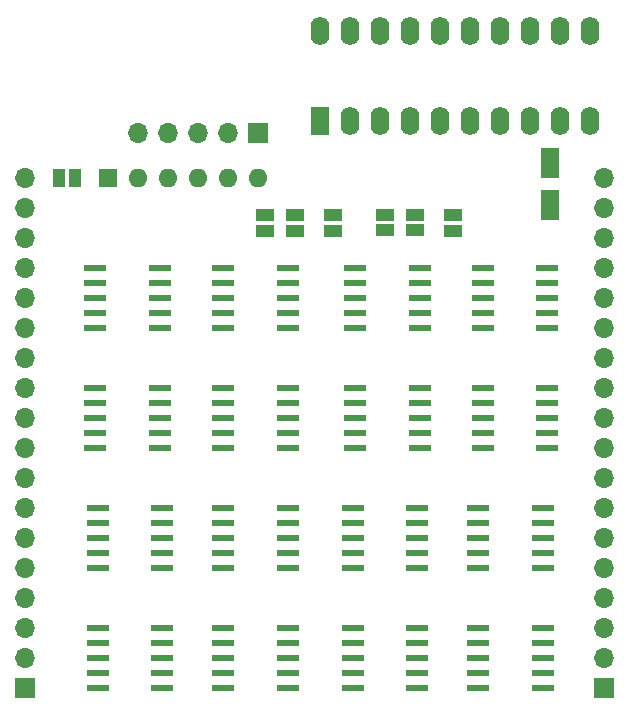
<source format=gbr>
%TF.GenerationSoftware,KiCad,Pcbnew,(6.0.1)*%
%TF.CreationDate,2022-01-30T19:22:39-07:00*%
%TF.ProjectId,Bondwell1MB,426f6e64-7765-46c6-9c31-4d422e6b6963,rev?*%
%TF.SameCoordinates,Original*%
%TF.FileFunction,Soldermask,Top*%
%TF.FilePolarity,Negative*%
%FSLAX46Y46*%
G04 Gerber Fmt 4.6, Leading zero omitted, Abs format (unit mm)*
G04 Created by KiCad (PCBNEW (6.0.1)) date 2022-01-30 19:22:39*
%MOMM*%
%LPD*%
G01*
G04 APERTURE LIST*
G04 Aperture macros list*
%AMRoundRect*
0 Rectangle with rounded corners*
0 $1 Rounding radius*
0 $2 $3 $4 $5 $6 $7 $8 $9 X,Y pos of 4 corners*
0 Add a 4 corners polygon primitive as box body*
4,1,4,$2,$3,$4,$5,$6,$7,$8,$9,$2,$3,0*
0 Add four circle primitives for the rounded corners*
1,1,$1+$1,$2,$3*
1,1,$1+$1,$4,$5*
1,1,$1+$1,$6,$7*
1,1,$1+$1,$8,$9*
0 Add four rect primitives between the rounded corners*
20,1,$1+$1,$2,$3,$4,$5,0*
20,1,$1+$1,$4,$5,$6,$7,0*
20,1,$1+$1,$6,$7,$8,$9,0*
20,1,$1+$1,$8,$9,$2,$3,0*%
G04 Aperture macros list end*
%ADD10R,1.000000X1.500000*%
%ADD11RoundRect,0.250000X0.550000X-1.050000X0.550000X1.050000X-0.550000X1.050000X-0.550000X-1.050000X0*%
%ADD12R,1.500000X1.000000*%
%ADD13O,1.600000X2.400000*%
%ADD14R,1.600000X2.400000*%
%ADD15R,1.900000X0.600000*%
%ADD16R,1.700000X1.700000*%
%ADD17O,1.700000X1.700000*%
%ADD18R,1.600000X1.600000*%
%ADD19O,1.600000X1.600000*%
G04 APERTURE END LIST*
D10*
%TO.C,JOE1*%
X76566000Y-83820000D03*
X77866000Y-83820000D03*
%TD*%
D11*
%TO.C,C10*%
X118110000Y-86150000D03*
X118110000Y-82550000D03*
%TD*%
D12*
%TO.C,JA9*%
X99695000Y-86980000D03*
X99695000Y-88280000D03*
%TD*%
%TO.C,JC0*%
X106680000Y-86965000D03*
X106680000Y-88265000D03*
%TD*%
%TO.C,JC1*%
X104140000Y-86965000D03*
X104140000Y-88265000D03*
%TD*%
%TO.C,JC2*%
X93980000Y-88295000D03*
X93980000Y-86995000D03*
%TD*%
%TO.C,JC3*%
X96520000Y-88295000D03*
X96520000Y-86995000D03*
%TD*%
%TO.C,JR0*%
X109855000Y-86980000D03*
X109855000Y-88280000D03*
%TD*%
D13*
%TO.C,U5*%
X98660000Y-71380000D03*
X101200000Y-71380000D03*
X103740000Y-71380000D03*
X106280000Y-71380000D03*
X108820000Y-71380000D03*
X111360000Y-71380000D03*
X113900000Y-71380000D03*
X116440000Y-71380000D03*
X118980000Y-71380000D03*
X121520000Y-71380000D03*
X121520000Y-79000000D03*
X118980000Y-79000000D03*
X116440000Y-79000000D03*
X113900000Y-79000000D03*
X111360000Y-79000000D03*
X108820000Y-79000000D03*
X106280000Y-79000000D03*
X103740000Y-79000000D03*
X101200000Y-79000000D03*
D14*
X98660000Y-79000000D03*
%TD*%
D15*
%TO.C,U6*%
X117895000Y-106680000D03*
X117895000Y-105410000D03*
X117895000Y-104140000D03*
X117895000Y-102870000D03*
X117895000Y-101600000D03*
X117895000Y-96520000D03*
X117895000Y-95250000D03*
X117895000Y-93980000D03*
X117895000Y-92710000D03*
X117895000Y-91440000D03*
X112395000Y-91440000D03*
X112395000Y-92710000D03*
X112395000Y-93980000D03*
X112395000Y-95250000D03*
X112395000Y-96520000D03*
X112395000Y-101600000D03*
X112395000Y-102870000D03*
X112395000Y-104140000D03*
X112395000Y-105410000D03*
X112395000Y-106680000D03*
%TD*%
%TO.C,U1*%
X117475000Y-127000000D03*
X117475000Y-125730000D03*
X117475000Y-124460000D03*
X117475000Y-123190000D03*
X117475000Y-121920000D03*
X117475000Y-116840000D03*
X117475000Y-115570000D03*
X117475000Y-114300000D03*
X117475000Y-113030000D03*
X117475000Y-111760000D03*
X111975000Y-111760000D03*
X111975000Y-113030000D03*
X111975000Y-114300000D03*
X111975000Y-115570000D03*
X111975000Y-116840000D03*
X111975000Y-121920000D03*
X111975000Y-123190000D03*
X111975000Y-124460000D03*
X111975000Y-125730000D03*
X111975000Y-127000000D03*
%TD*%
%TO.C,U3*%
X95885000Y-127000000D03*
X95885000Y-125730000D03*
X95885000Y-124460000D03*
X95885000Y-123190000D03*
X95885000Y-121920000D03*
X95885000Y-116840000D03*
X95885000Y-115570000D03*
X95885000Y-114300000D03*
X95885000Y-113030000D03*
X95885000Y-111760000D03*
X90385000Y-111760000D03*
X90385000Y-113030000D03*
X90385000Y-114300000D03*
X90385000Y-115570000D03*
X90385000Y-116840000D03*
X90385000Y-121920000D03*
X90385000Y-123190000D03*
X90385000Y-124460000D03*
X90385000Y-125730000D03*
X90385000Y-127000000D03*
%TD*%
%TO.C,U7*%
X107100000Y-106680000D03*
X107100000Y-105410000D03*
X107100000Y-104140000D03*
X107100000Y-102870000D03*
X107100000Y-101600000D03*
X107100000Y-96520000D03*
X107100000Y-95250000D03*
X107100000Y-93980000D03*
X107100000Y-92710000D03*
X107100000Y-91440000D03*
X101600000Y-91440000D03*
X101600000Y-92710000D03*
X101600000Y-93980000D03*
X101600000Y-95250000D03*
X101600000Y-96520000D03*
X101600000Y-101600000D03*
X101600000Y-102870000D03*
X101600000Y-104140000D03*
X101600000Y-105410000D03*
X101600000Y-106680000D03*
%TD*%
%TO.C,U9*%
X85090000Y-106680000D03*
X85090000Y-105410000D03*
X85090000Y-104140000D03*
X85090000Y-102870000D03*
X85090000Y-101600000D03*
X85090000Y-96520000D03*
X85090000Y-95250000D03*
X85090000Y-93980000D03*
X85090000Y-92710000D03*
X85090000Y-91440000D03*
X79590000Y-91440000D03*
X79590000Y-92710000D03*
X79590000Y-93980000D03*
X79590000Y-95250000D03*
X79590000Y-96520000D03*
X79590000Y-101600000D03*
X79590000Y-102870000D03*
X79590000Y-104140000D03*
X79590000Y-105410000D03*
X79590000Y-106680000D03*
%TD*%
%TO.C,U2*%
X106890000Y-127000000D03*
X106890000Y-125730000D03*
X106890000Y-124460000D03*
X106890000Y-123190000D03*
X106890000Y-121920000D03*
X106890000Y-116840000D03*
X106890000Y-115570000D03*
X106890000Y-114300000D03*
X106890000Y-113030000D03*
X106890000Y-111760000D03*
X101390000Y-111760000D03*
X101390000Y-113030000D03*
X101390000Y-114300000D03*
X101390000Y-115570000D03*
X101390000Y-116840000D03*
X101390000Y-121920000D03*
X101390000Y-123190000D03*
X101390000Y-124460000D03*
X101390000Y-125730000D03*
X101390000Y-127000000D03*
%TD*%
D16*
%TO.C,J5*%
X122660000Y-127000000D03*
D17*
X122660000Y-124460000D03*
X122660000Y-121920000D03*
X122660000Y-119380000D03*
X122660000Y-116840000D03*
X122660000Y-114300000D03*
X122660000Y-111760000D03*
X122660000Y-109220000D03*
X122660000Y-106680000D03*
X122660000Y-104140000D03*
X122660000Y-101600000D03*
X122660000Y-99060000D03*
X122660000Y-96520000D03*
X122660000Y-93980000D03*
X122660000Y-91440000D03*
X122660000Y-88900000D03*
X122660000Y-86360000D03*
X122660000Y-83820000D03*
%TD*%
D15*
%TO.C,U4*%
X85300000Y-127000000D03*
X85300000Y-125730000D03*
X85300000Y-124460000D03*
X85300000Y-123190000D03*
X85300000Y-121920000D03*
X85300000Y-116840000D03*
X85300000Y-115570000D03*
X85300000Y-114300000D03*
X85300000Y-113030000D03*
X85300000Y-111760000D03*
X79800000Y-111760000D03*
X79800000Y-113030000D03*
X79800000Y-114300000D03*
X79800000Y-115570000D03*
X79800000Y-116840000D03*
X79800000Y-121920000D03*
X79800000Y-123190000D03*
X79800000Y-124460000D03*
X79800000Y-125730000D03*
X79800000Y-127000000D03*
%TD*%
D18*
%TO.C,RN1*%
X80645000Y-83820000D03*
D19*
X83185000Y-83820000D03*
X85725000Y-83820000D03*
X88265000Y-83820000D03*
X90805000Y-83820000D03*
X93345000Y-83820000D03*
%TD*%
D16*
%TO.C,J1*%
X93345000Y-80010000D03*
D17*
X90805000Y-80010000D03*
X88265000Y-80010000D03*
X85725000Y-80010000D03*
X83185000Y-80010000D03*
%TD*%
D16*
%TO.C,J6*%
X73660000Y-127000000D03*
D17*
X73660000Y-124460000D03*
X73660000Y-121920000D03*
X73660000Y-119380000D03*
X73660000Y-116840000D03*
X73660000Y-114300000D03*
X73660000Y-111760000D03*
X73660000Y-109220000D03*
X73660000Y-106680000D03*
X73660000Y-104140000D03*
X73660000Y-101600000D03*
X73660000Y-99060000D03*
X73660000Y-96520000D03*
X73660000Y-93980000D03*
X73660000Y-91440000D03*
X73660000Y-88900000D03*
X73660000Y-86360000D03*
X73660000Y-83820000D03*
%TD*%
D15*
%TO.C,U8*%
X95885000Y-106680000D03*
X95885000Y-105410000D03*
X95885000Y-104140000D03*
X95885000Y-102870000D03*
X95885000Y-101600000D03*
X95885000Y-96520000D03*
X95885000Y-95250000D03*
X95885000Y-93980000D03*
X95885000Y-92710000D03*
X95885000Y-91440000D03*
X90385000Y-91440000D03*
X90385000Y-92710000D03*
X90385000Y-93980000D03*
X90385000Y-95250000D03*
X90385000Y-96520000D03*
X90385000Y-101600000D03*
X90385000Y-102870000D03*
X90385000Y-104140000D03*
X90385000Y-105410000D03*
X90385000Y-106680000D03*
%TD*%
M02*

</source>
